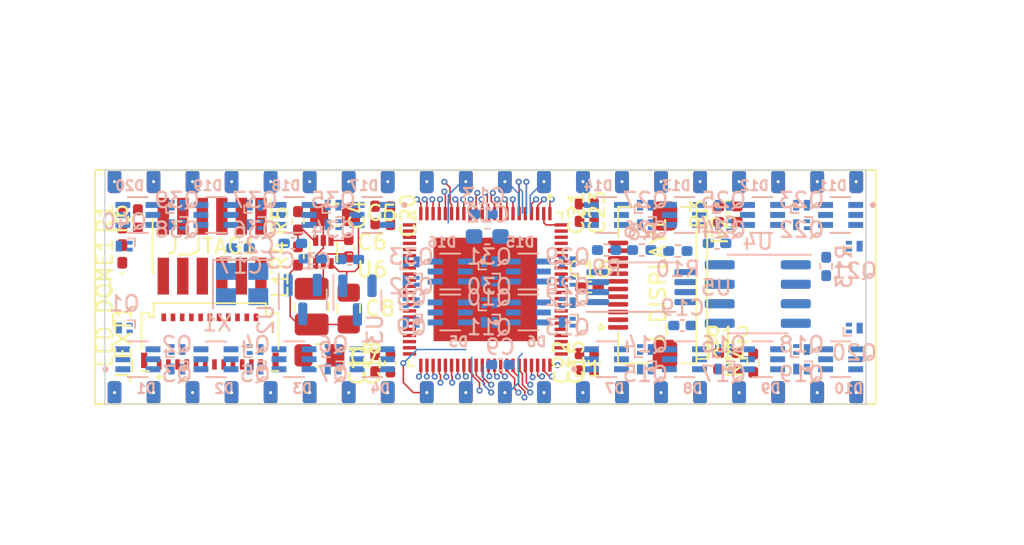
<source format=kicad_pcb>
(kicad_pcb (version 20211014) (generator pcbnew)
  (layers (0 "F.Cu" signal) (1 "In1.Cu" signal) (2 "In2.Cu" signal) (31 "B.Cu" signal) (34 "B.Paste" user) (35 "F.Paste" user) (36 "B.SilkS" user "B.Silkscreen") (37 "F.SilkS" user "F.Silkscreen") (38 "B.Mask" user) (39 "F.Mask" user) (44 "Edge.Cuts" user))
  (net 0 "")
  (net 1 "GND")
  (net 2 "/PIN1")
  (net 3 "LINE")
  (net 4 "/PIN2")
  (net 5 "+5V")
  (net 6 "/PIN3")
  (net 7 "/PIN4")
  (net 8 "/PIN5")
  (net 9 "/PIN6")
  (net 10 "/PIN7")
  (net 11 "/PIN8")
  (net 12 "/PIN9")
  (net 13 "/PIN10")
  (net 14 "/PIN11")
  (net 15 "/PIN12")
  (net 16 "/PIN13")
  (net 17 "/PIN14")
  (net 18 "/PIN15")
  (net 19 "/PIN16")
  (net 20 "/PIN17")
  (net 21 "/PIN18")
  (net 22 "/PIN19")
  (net 23 "/PIN20")
  (net 24 "/PIN21")
  (net 25 "/PIN22")
  (net 26 "/PIN23")
  (net 27 "/PIN24")
  (net 28 "/PIN25")
  (net 29 "/PIN26")
  (net 30 "/PIN27")
  (net 31 "/PIN28")
  (net 32 "/PIN29")
  (net 33 "/PIN30")
  (net 34 "/PIN31")
  (net 35 "/PIN32")
  (net 36 "/PIN33")
  (net 37 "/PIN34")
  (net 38 "/PIN35")
  (net 39 "/PIN36")
  (net 40 "/PIN37")
  (net 41 "/PIN38")
  (net 42 "/PIN39")
  (net 43 "/PIN40")
  (net 44 "/JTAG_SEL_N")
  (net 45 "/RECONIFG_N")
  (net 46 "/DONE")
  (net 47 "+3V3")
  (net 48 "+1V2")
  (net 49 "/SER_RXD")
  (net 50 "/SER_TXD")
  (net 51 "/JTAG_TMS")
  (net 52 "/JTAG_TCK")
  (net 53 "/JTAG_TDO")
  (net 54 "/RECONFIG_N")
  (net 55 "/JTAG_RST")
  (net 56 "/JTAG_TDI")
  (net 57 "/SPI_MOSI_IO0")
  (net 58 "/LCD_RST_N")
  (net 59 "/LCD_CS_N")
  (net 60 "/PIN1_F")
  (net 61 "/PIN2_F")
  (net 62 "/PIN3_F")
  (net 63 "/PIN4_F")
  (net 64 "/PIN5_F")
  (net 65 "/PIN6_F")
  (net 66 "/PIN7_F")
  (net 67 "/PIN8_F")
  (net 68 "/PIN9_F")
  (net 69 "/PIN10_F")
  (net 70 "/PIN11_F")
  (net 71 "/PIN12_F")
  (net 72 "/PIN13_F")
  (net 73 "/PIN14_F")
  (net 74 "/PIN15_F")
  (net 75 "/PIN16_F")
  (net 76 "/PIN17_F")
  (net 77 "/PIN18_F")
  (net 78 "/PIN19_F")
  (net 79 "/PIN21_F")
  (net 80 "/PIN22_F")
  (net 81 "/PIN23_F")
  (net 82 "/PIN24_F")
  (net 83 "/PIN25_F")
  (net 84 "/PIN26_F")
  (net 85 "/PIN27_F")
  (net 86 "/PIN28_F")
  (net 87 "/PIN29_F")
  (net 88 "/PIN30_F")
  (net 89 "/PIN31_F")
  (net 90 "/PIN32_F")
  (net 91 "/PIN33_F")
  (net 92 "/PIN34_F")
  (net 93 "/PIN35_F")
  (net 94 "/PIN36_F")
  (net 95 "/PIN37_F")
  (net 96 "/PIN38_F")
  (net 97 "/PIN39_F")
  (net 98 "/PIN40_F")
  (net 99 "/PIN20_F")
  (net 101 "/IO1A")
  (net 102 "/IO1B")
  (net 103 "/IO2A")
  (net 104 "/IO2B")
  (net 105 "/IO3A")
  (net 106 "/IO3B")
  (net 107 "/IO4A")
  (net 108 "/IO4B")
  (net 109 "/IO5A")
  (net 110 "/IO5B")
  (net 111 "/IO6A")
  (net 112 "/IO6B")
  (net 114 "/SPI_CLK")
  (net 115 "/CLK1")
  (net 116 "/SPI_IO2")
  (net 117 "/SPI_IO3")
  (net 118 "/FLASH_CS_N")
  (net 119 "Net-(R2-Pad2)")
  (net 120 "Net-(LED_DONE1-Pad2)")
  (net 121 "/PSRAM_CS_N")
  (net 122 "Net-(C6-Pad1)")
  (net 123 "Net-(C6-Pad2)")
  (net 124 "Net-(R4-Pad2)")
  (net 125 "/SPI_MISO_IO1")
  (footprint "Resistor_SMD:R_0402_1005Metric_Pad0.72x0.64mm_HandSolder" (layer "F.Cu") (at 126.619 90.805 90)
    (fp_text reference "R6")
    (fp_text value "10k")
  )
  (footprint "Capacitor_SMD:C_0805_2012Metric_Pad1.18x1.45mm_HandSolder" (layer "F.Cu") (at 139.446 90.551)
    (fp_text reference "C5")
    (fp_text value "10u")
  )
  (footprint "LED_SMD:LED_0402_1005Metric_Pad0.77x0.64mm_HandSolder" (layer "F.Cu") (at 125.603 93.091 90)
    (fp_text reference "LED_DONE1")
    (fp_text value "LED")
  )
  (footprint "Resistor_SMD:R_0402_1005Metric_Pad0.72x0.64mm_HandSolder" (layer "F.Cu") (at 165 100.6)
    (fp_text reference "R11")
    (fp_text value "1k")
  )
  (footprint "Package_TO_SOT_SMD:SOT-563" (layer "F.Cu") (at 138.684 92.964 90)
    (fp_text reference "U6")
    (fp_text value "AP62150Z6")
  )
  (footprint "Connector_PinHeader_1.27mm:PinHeader_2x06_P1.27mm_Vertical_SMD" (layer "F.Cu") (at 131.445 92.583 -90)
    (fp_text reference "J_JTAG1")
    (fp_text value "Conn_02x06_Odd_Even")
  )
  (footprint "Capacitor_SMD:C_0805_2012Metric_Pad1.18x1.45mm_HandSolder" (layer "F.Cu") (at 138.43 99.695)
    (fp_text reference "C7")
    (fp_text value "22u")
  )
  (footprint "Resistor_SMD:R_0402_1005Metric_Pad0.72x0.64mm_HandSolder" (layer "F.Cu") (at 165 90)
    (fp_text reference "R2")
    (fp_text value "DNC")
  )
  (footprint "UNIC:CFAL12832C-0091B-W_A" (layer "F.Cu") (at 151.003 93.472)
    (fp_text reference "DISPLAY1" hide)
    (fp_text value "Housing")
  )
  (footprint "Inductor_SMD:L_1008_2520Metric_Pad1.43x2.20mm_HandSolder" (layer "F.Cu") (at 137.922 96.52 -90)
    (fp_text reference "L1")
    (fp_text value "3.3uH")
  )
  (footprint "Capacitor_SMD:C_0402_1005Metric_Pad0.74x0.62mm_HandSolder" (layer "F.Cu") (at 156.3 90.4 90)
    (fp_text reference "C21")
    (fp_text value "0.1u")
  )
  (footprint "Capacitor_SMD:C_0402_1005Metric_Pad0.74x0.62mm_HandSolder" (layer "F.Cu") (at 142.05 100.2 90)
    (fp_text reference "C11")
    (fp_text value "0.1u")
  )
  (footprint "Capacitor_SMD:C_0402_1005Metric_Pad0.74x0.62mm_HandSolder" (layer "F.Cu") (at 143.05 90.6 -90)
    (fp_text reference "C20")
    (fp_text value "0.1u")
  )
  (footprint "Capacitor_SMD:C_0402_1005Metric_Pad0.74x0.62mm_HandSolder" (layer "F.Cu") (at 156.3 100.15 90)
    (fp_text reference "C15")
    (fp_text value "0.1u")
  )
  (footprint "Resistor_SMD:R_0402_1005Metric_Pad0.72x0.64mm_HandSolder" (layer "F.Cu") (at 166.65 100.2 90)
    (fp_text reference "R7")
    (fp_text value "10k")
  )
  (footprint "Capacitor_SMD:C_0402_1005Metric_Pad0.74x0.62mm_HandSolder" (layer "F.Cu") (at 155.35 90.4 -90)
    (fp_text reference "C23")
    (fp_text value "0.1u")
  )
  (footprint "UNIC:DIP-40_pin_header" (layer "F.Cu") (at 149.225 95.25 90)
    (fp_text reference "SOCKET1" hide)
    (fp_text value "Conn_02x20_Counter_Clockwise")
  )
  (footprint "UNIC:QFN40P1000X1000X95-89N" (layer "F.Cu") (at 149.225 95.4005 -90)
    (fp_text reference "U1")
    (fp_text value "GW1N-LV9QN88C6_I5_")
  )
  (footprint "Capacitor_SMD:C_0402_1005Metric_Pad0.74x0.62mm_HandSolder" (layer "F.Cu") (at 143.05 100.2 90)
    (fp_text reference "C18")
    (fp_text value "0.1u")
  )
  (footprint "Resistor_SMD:R_0402_1005Metric_Pad0.72x0.64mm_HandSolder" (layer "F.Cu") (at 165 91 180)
    (fp_text reference "R3")
    (fp_text value "1k")
  )
  (footprint "Capacitor_SMD:C_0402_1005Metric_Pad0.74x0.62mm_HandSolder" (layer "F.Cu") (at 156 95.25)
    (fp_text reference "C16")
    (fp_text value "0.1u")
  )
  (footprint "Resistor_SMD:R_0402_1005Metric_Pad0.72x0.64mm_HandSolder" (layer "F.Cu") (at 125.603 90.805 -90)
    (fp_text reference "R1")
    (fp_text value "220")
  )
  (footprint "Capacitor_SMD:C_0805_2012Metric_Pad1.18x1.45mm_HandSolder" (layer "F.Cu") (at 140.335 96.647 90)
    (fp_text reference "C8")
    (fp_text value "22u")
  )
  (footprint "Capacitor_SMD:C_0402_1005Metric_Pad0.74x0.62mm_HandSolder" (layer "F.Cu") (at 155.35 100.15 90)
    (fp_text reference "C22")
    (fp_text value "0.1u")
  )
  (footprint "Resistor_SMD:R_0402_1005Metric_Pad0.72x0.64mm_HandSolder" (layer "F.Cu") (at 137.033 93.218 90)
    (fp_text reference "R4")
    (fp_text value "4.99k")
  )
  (footprint "Resistor_SMD:R_0402_1005Metric_Pad0.72x0.64mm_HandSolder" (layer "F.Cu") (at 137.033 90.932 90)
    (fp_text reference "R5")
    (fp_text value "10k")
  )
  (footprint "Resistor_SMD:R_0402_1005Metric_Pad0.72x0.64mm_HandSolder" (layer "F.Cu") (at 165 99.55)
    (fp_text reference "R12")
    (fp_text value "DNC")
  )
  (footprint "UNIC:CF31121D0R0-05-NH" (layer "F.Cu") (at 157.861 95.123 90)
    (fp_text reference "J_DISPLAY1")
    (fp_text value "Conn_01x12_MountingPin")
  )
  (footprint "UNIC:Molex_502598-2393_2Rows-23Pins-1MP_P0.60mm_Horizontal" (layer "F.Cu") (at 131.3 98.886434 90)
    (fp_text reference "J_EXT1")
    (fp_text value "Conn_01x23_MountingPin")
  )
  (footprint "Capacitor_SMD:C_0402_1005Metric_Pad0.74x0.62mm_HandSolder" (layer "F.Cu") (at 142.05 90.55 90)
    (fp_text reference "C4")
    (fp_text value "0.1u")
  )
  (footprint "Capacitor_SMD:C_0402_1005Metric_Pad0.74x0.62mm_HandSolder" (layer "F.Cu") (at 140.335 92.71 -90)
    (fp_text reference "C6")
    (fp_text value "0.1u")
  )
  (footprint "Package_DFN_QFN:Diodes_DFN1006-3" (layer "B.Cu") (at 159.639 91.186 180)
    (fp_text reference "Q27")
    (fp_text value "2N7002")
  )
  (footprint "Package_DFN_QFN:Diodes_DFN1006-3" (layer "B.Cu") (at 139.319 100.584 180)
    (fp_text reference "Q6")
    (fp_text value "2N7002")
  )
  (footprint "UNIC:SOT65P210X110-6N" (layer "B.Cu") (at 172.339 99.949)
    (fp_text reference "D10")
    (fp_text value "BAT54SDW-7-F")
  )
  (footprint "Capacitor_SMD:C_0402_1005Metric_Pad0.74x0.62mm_HandSolder" (layer "B.Cu") (at 140.4 93.45 180)
    (fp_text reference "C1")
    (fp_text value "0.1u")
  )
  (footprint "UNIC:SOT65P210X110-6N" (layer "B.Cu") (at 136.779 99.949)
    (fp_text reference "D3")
    (fp_text value "BAT54SDW-7-F")
  )
  (footprint "UNIC:SOT65P210X110-6N" (layer "B.Cu") (at 162.179 90.551 180)
    (fp_text reference "D13")
    (fp_text value "BAT54SDW-7-F")
  )
  (footprint "Package_DFN_QFN:Diodes_DFN1006-3" (layer "B.Cu") (at 129.159 91.186 180)
    (fp_text reference "Q39")
    (fp_text value "2N7002")
  )
  (footprint "Package_DFN_QFN:Diodes_DFN1006-3" (layer "B.Cu") (at 129.159 99.314)
    (fp_text reference "Q3")
    (fp_text value "2N7002")
  )
  (footprint "Package_DFN_QFN:Diodes_DFN1006-3" (layer "B.Cu") (at 139.319 91.186 180)
    (fp_text reference "Q35")
    (fp_text value "2N7002")
  )
  (footprint "Package_DFN_QFN:Diodes_DFN1006-3" (layer "B.Cu") (at 164.719 100.584 180)
    (fp_text reference "Q16")
    (fp_text value "2N7002")
  )
  (footprint "Capacitor_SMD:C_0402_1005Metric_Pad0.74x0.62mm_HandSolder" (layer "B.Cu") (at 162.05 97.75 180)
    (fp_text reference "C19")
    (fp_text value "0.1u")
  )
  (footprint "Package_DFN_QFN:Diodes_DFN1006-3" (layer "B.Cu") (at 139.319 89.916)
    (fp_text reference "Q34")
    (fp_text value "2N7002")
  )
  (footprint "Capacitor_SMD:C_0603_1608Metric_Pad1.08x0.95mm_HandSolder" (layer "B.Cu") (at 149.35 91.95 180)
    (fp_text reference "C12")
    (fp_text value "10u")
  )
  (footprint "Package_DFN_QFN:Diodes_DFN1006-3" (layer "B.Cu") (at 154.559 97.536 180)
    (fp_text reference "Q12")
    (fp_text value "2N7002")
  )
  (footprint "Package_DFN_QFN:Diodes_DFN1006-3" (layer "B.Cu") (at 159.639 100.584 180)
    (fp_text reference "Q14")
    (fp_text value "2N7002")
  )
  (footprint "Resistor_SMD:R_0402_1005Metric_Pad0.72x0.64mm_HandSolder" (layer "B.Cu") (at 171.4 93.9025 90)
    (fp_text reference "R13")
    (fp_text value "10k")
  )
  (footprint "Package_DFN_QFN:Diodes_DFN1006-3" (layer "B.Cu") (at 173.228 92.583)
    (fp_text reference "Q21")
    (fp_text value "2N7002")
  )
  (footprint "UNIC:SOT65P210X110-6N" (layer "B.Cu") (at 146.939 94.234 180)
    (fp_text reference "D16")
    (fp_text value "BAT54SDW-7-F")
  )
  (footprint "UNIC:SOT65P210X110-6N" (layer "B.Cu") (at 131.699 90.551 180)
    (fp_text reference "D19")
    (fp_text value "BAT54SDW-7-F")
  )
  (footprint "Capacitor_SMD:C_0402_1005Metric_Pad0.74x0.62mm_HandSolder" (layer "B.Cu") (at 136.7 92.4)
    (fp_text reference "C2")
    (fp_text value "0.1u")
  )
  (footprint "Capacitor_SMD:C_0402_1005Metric_Pad0.74x0.62mm_HandSolder" (layer "B.Cu") (at 150.2 100.3 180)
    (fp_text reference "C9")
    (fp_text value "0.1u")
  )
  (footprint "UNIC:Oscillator_SMD_Abracon_ASE-4Pin_3.2x2.5mm" (layer "B.Cu") (at 133.4 95.05)
    (fp_text reference "X1")
    (fp_text value "ASE-xxxMHz")
  )
  (footprint "Package_DFN_QFN:Diodes_DFN1006-3" (layer "B.Cu") (at 169.799 100.584 180)
    (fp_text reference "Q18")
    (fp_text value "2N7002")
  )
  (footprint "Package_DFN_QFN:Diodes_DFN1006-3" (layer "B.Cu") (at 134.239 100.584 180)
    (fp_text reference "Q4")
    (fp_text value "2N7002")
  )
  (footprint "Capacitor_SMD:C_0402_1005Metric_Pad0.74x0.62mm_HandSolder" (layer "B.Cu") (at 164.3 92.4 180)
    (fp_text reference "C14")
    (fp_text value "0.1u")
  )
  (footprint "Package_DFN_QFN:Diodes_DFN1006-3" (layer "B.Cu") (at 129.159 89.916)
    (fp_text reference "Q38")
    (fp_text value "2N7002")
  )
  (footprint "Package_DFN_QFN:Diodes_DFN1006-3" (layer "B.Cu") (at 159.639 99.314)
    (fp_text reference "Q15")
    (fp_text value "2N7002")
  )
  (footprint "Resistor_SMD:R_0402_1005Metric_Pad0.72x0.64mm_HandSolder" (layer "B.Cu") (at 159.4 92.837 180)
    (fp_text reference "R8")
    (fp_text value "10k")
  )
  (footprint "Package_DFN_QFN:Diodes_DFN1006-3" (layer "B.Cu") (at 144.399 93.599)
    (fp_text reference "Q32")
    (fp_text value "2N7002")
  )
  (footprint "Package_DFN_QFN:Diodes_DFN1006-3" (layer "B.Cu") (at 139.319 99.314)
    (fp_text reference "Q7")
    (fp_text value "2N7002")
  )
  (footprint "Package_DFN_QFN:Diodes_DFN1006-3" (layer "B.Cu") (at 134.239 89.916)
    (fp_text reference "Q36")
    (fp_text value "2N7002")
  )
  (footprint "UNIC:SOT65P210X110-6N" (layer "B.Cu") (at 146.939 96.901)
    (fp_text reference "D5")
    (fp_text value "BAT54SDW-7-F")
  )
  (footprint "Capacitor_SMD:C_0402_1005Metric_Pad0.74x0.62mm_HandSolder" (layer "B.Cu") (at 138 93.4 180)
    (fp_text reference "C3")
    (fp_text value "0.1u")
  )
  (footprint "Package_DFN_QFN:Diodes_DFN1006-3" (layer "B.Cu") (at 125.73 92.583 180)
    (fp_text reference "Q40")
    (fp_text value "2N7002")
  )
  (footprint "Package_DFN_QFN:Diodes_DFN1006-3" (layer "B.Cu") (at 125.73 97.917 180)
    (fp_text reference "Q1")
    (fp_text value "2N7002")
  )
  (footprint "Capacitor_SMD:C_0402_1005Metric_Pad0.74x0.62mm_HandSolder" (layer "B.Cu") (at 133.3 92.7)
    (fp_text reference "C17")
    (fp_text value "0.1u")
  )
  (footprint "UNIC:SOT65P210X110-6N" (layer "B.Cu") (at 157.099 99.949)
    (fp_text reference "D7")
    (fp_text value "BAT54SDW-7-F")
  )
  (footprint "Package_DFN_QFN:Diodes_DFN1006-3" (layer "B.Cu") (at 173.228 97.917)
    (fp_text reference "Q20")
    (fp_text value "2N7002")
  )
  (footprint "Package_DFN_QFN:Diodes_DFN1006-3" (layer "B.Cu") (at 149.479 94.869 180)
    (fp_text reference "Q31")
    (fp_text value "2N7002")
  )
  (footprint "Package_DFN_QFN:Diodes_DFN1006-3" (layer "B.Cu") (at 169.799 99.314)
    (fp_text reference "Q19")
    (fp_text value "2N7002")
  )
  (footprint "UNIC:SOT65P210X110-6N" (layer "B.Cu") (at 152.019 94.234 180)
    (fp_text reference "D15")
    (fp_text value "BAT54SDW-7-F")
  )
  (footprint "UNIC:SOT65P210X110-6N" (layer "B.Cu") (at 141.859 99.949)
    (fp_text reference "D4")
    (fp_text value "BAT54SDW-7-F")
  )
  (footprint "Package_TO_SOT_SMD:SOT-23" (layer "B.Cu") (at 137.344 96.0515 -90)
    (fp_text reference "U2")
    (fp_text value "LM3480-3.3")
  )
  (footprint "Package_SO:SOIC-8_3.9x4.9mm_P1.27mm" (layer "B.Cu") (at 166.95 95.7 180)
    (fp_text reference "U4")
    (fp_text value "ESP-PSRAM32")
  )
  (footprint "Package_TO_SOT_SMD:SOT-23" (layer "B.Cu") (at 140.9 96.1 -90)
    (fp_text reference "U3")
    (fp_text value "LM3480-5.0")
  )
  (footprint "UNIC:SOT65P210X110-6N" (layer "B.Cu") (at 157.099 90.551 180)
    (fp_text reference "D14")
    (fp_text value "BAT54SDW-7-F")
  )
  (footprint "UNIC:SOT65P210X110-6N" (layer "B.Cu") (at 167.259 99.949)
    (fp_text reference "D9")
    (fp_text value "BAT54SDW-7-F")
  )
  (footprint "UNIC:SOT65P210X110-6N" (layer "B.Cu") (at 136.779 90.551 180)
    (fp_text reference "D18")
    (fp_text value "BAT54SDW-7-F")
  )
  (footprint "UNIC:SOT65P210X110-6N" (layer "B.Cu") (at 126.619 90.551 180)
    (fp_text reference "D20")
    (fp_text value "BAT54SDW-7-F")
  )
  (footprint "UNIC:SOT65P210X110-6N" (layer "B.Cu") (at 162.179 99.949)
    (fp_text reference "D8")
    (fp_text value "BAT54SDW-7-F")
  )
  (footprint "UNIC:SOT65P210X110-6N" (layer "B.Cu") (at 167.259 90.551 180)
    (fp_text reference "D12")
    (fp_text value "BAT54SDW-7-F")
  )
  (footprint "Resistor_SMD:R_0402_1005Metric_Pad0.72x0.64mm_HandSolder" (layer "B.Cu") (at 161.75 92.9)
    (fp_text reference "R10")
    (fp_text value "10k")
  )
  (footprint "UNIC:SOT65P210X110-6N" (layer "B.Cu") (at 141.859 90.551 180)
    (fp_text reference "D17")
    (fp_text value "BAT54SDW-7-F")
  )
  (footprint "Capacitor_SMD:C_0402_1005Metric_Pad0.74x0.62mm_HandSolder" (layer "B.Cu") (at 149.1 90.5 180)
    (fp_text reference "C13")
    (fp_text value "0.1u")
  )
  (footprint "Package_DFN_QFN:Diodes_DFN1006-3" (layer "B.Cu") (at 164.719 89.916)
    (fp_text reference "Q24")
    (fp_text value "2N7002")
  )
  (footprint "UNIC:SOT65P210X110-6N" (layer "B.Cu") (at 172.339 90.551 180)
    (fp_text reference "D11")
    (fp_text value "BAT54SDW-7-F")
  )
  (footprint "UNIC:SOT65P210X110-6N" (layer "B.Cu") (at 126.619 99.949)
    (fp_text reference "D1")
    (fp_text value "BAT54SDW-7-F")
  )
  (footprint "UNIC:SOT65P210X110-6N" (layer "B.Cu") (at 152.019 96.901)
    (fp_text reference "D6")
    (fp_text value "BAT54SDW-7-F")
  )
  (footprint "Package_DFN_QFN:Diodes_DFN1006-3" (layer "B.Cu") (at 154.559 93.599)
    (fp_text reference "Q28")
    (fp_text value "2N7002")
  )
  (footprint "UNIC:SOT65P210X110-6N" (layer "B.Cu") (at 131.699 99.949)
    (fp_text reference "D2")
    (fp_text value "BAT54SDW-7-F")
  )
  (footprint "Package_DFN_QFN:Diodes_DFN1006-3" (layer "B.Cu") (at 169.799 89.916)
    (fp_text reference "Q22")
    (fp_text value "2N7002")
  )
  (footprint "Package_DFN_QFN:Diodes_DFN1006-3" (layer "B.Cu") (at 144.399 97.536 180)
    (fp_text reference "Q8")
    (fp_text value "2N7002")
  )
  (footprint "Package_DFN_QFN:Diodes_DFN1006-3" (layer "B.Cu") (at 134.239 91.186 180)
    (fp_text reference "Q37")
    (fp_text value "2N7002")
  )
  (footprint "Package_DFN_QFN:Diodes_DFN1006-3" (layer "B.Cu") (at 164.719 99.314)
    (fp_text reference "Q17")
    (fp_text value "2N7002")
  )
  (footprint "Package_DFN_QFN:Diodes_DFN1006-3" (layer "B.Cu") (at 154.559 96.266)
    (fp_text reference "Q13")
    (fp_text value "2N7002")
  )
  (footprint "Package_DFN_QFN:Diodes_DFN1006-3" (layer "B.Cu") (at 154.559 94.869 180)
    (fp_text reference "Q29")
    (fp_text value "2N7002")
  )
  (footprint "Package_SO:TSSOP-8_4.4x3mm_P0.65mm" (layer "B.Cu") (at 159.4 95.25)
    (fp_text reference "U5")
    (fp_text value "AT25SF081-XMHF-X")
  )
  (footprint "Package_DFN_QFN:Diodes_DFN1006-3" (layer "B.Cu") (at 149.479 96.266)
    (fp_text reference "Q11")
    (fp_text value "2N7002")
  )
  (footprint "Package_DFN_QFN:Diodes_DFN1006-3" (layer "B.Cu") (at 149.479 93.599)
    (fp_text reference "Q30")
    (fp_text value "2N7002")
  )
  (footprint "Package_DFN_QFN:Diodes_DFN1006-3" (layer "B.Cu") (at 159.639 89.916)
    (fp_text reference "Q26")
    (fp_text value "2N7002")
  )
  (footprint "Package_DFN_QFN:Diodes_DFN1006-3" (layer "B.Cu") (at 144.399 96.266)
    (fp_text reference "Q9")
    (fp_text value "2N7002")
  )
  (footprint "Resistor_SMD:R_0402_1005Metric_Pad0.72x0.64mm_HandSolder" (layer "B.Cu") (at 157.114 92.837)
    (fp_text reference "R9")
    (fp_text value "10k")
  )
  (footprint "Package_DFN_QFN:Diodes_DFN1006-3" (layer "B.Cu") (at 164.719 91.186 180)
    (fp_text reference "Q25")
    (fp_text value "2N7002")
  )
  (footprint "Package_DFN_QFN:Diodes_DFN1006-3" (layer "B.Cu") (at 169.799 91.186 180)
    (fp_text reference "Q23")
    (fp_text value "2N7002")
  )
  (footprint "Package_DFN_QFN:Diodes_DFN1006-3" (layer "B.Cu") (at 134.239 99.314)
    (fp_text reference "Q5")
    (fp_text value "2N7002")
  )
  (footprint "Package_DFN_QFN:Diodes_DFN1006-3" (layer "B.Cu") (at 144.399 94.869 180)
    (fp_text reference "Q33")
    (fp_text value "2N7002")
  )
  (footprint "Package_DFN_QFN:Diodes_DFN1006-3" (layer "B.Cu") (at 149.479 97.536 180)
    (fp_text reference "Q10")
    (fp_text value "2N7002")
  )
  (footprint "Package_DFN_QFN:Diodes_DFN1006-3" (layer "B.Cu") (at 129.159 100.584 180)
    (fp_text reference "Q2")
    (fp_text value "2N7002")
  )
  (gr_line (start 173.99 87.63) (end 124.46 87.63) (layer "Edge.Cuts") (width 0.1))
  (gr_line (start 124.46 102.87) (end 173.99 102.87) (layer "Edge.Cuts") (width 0.1))
  (gr_line (start 124.46 87.63) (end 124.46 102.87) (layer "Edge.Cuts") (width 0.1))
  (gr_line (start 173.99 102.87) (end 173.99 87.63) (layer "Edge.Cuts") (width 0.1))
  (segment (start 153.025 100.683087) (end 153.025 100.3355) (width 0.1) (layer "F.Cu") (net 1))
  (segment (start 145.425 100.3355) (end 145.425 101.060498) (width 0.1) (layer "F.Cu") (net 1))
  (segment (start 145.425 101.060498) (end 145.415 101.070498) (width 0.1) (layer "F.Cu") (net 1))
  (segment (start 140.97 93.98) (end 140.716 94.234) (width 0.1) (layer "F.Cu") (net 1))
  (segment (start 153.035 90.4755) (end 153.035 91.059) (width 0.1) (layer "F.Cu") (net 1))
  (segment (start 145.425 89.683506) (end 145.276494 89.535) (width 0.1) (layer "F.Cu") (net 1))
  (segment (start 140.208 94.234) (end 139.704 94.234) (width 0.1) (layer "F.Cu") (net 1))
  (segment (start 140.716 94.234) (end 140.208 94.234) (width 0.1) (layer "F.Cu") (net 1))
  (segment (start 139.704 94.234) (end 139.184 93.714) (width 0.1) (layer "F.Cu") (net 1))
  (segment (start 145.425 90.4655) (end 145.425 89.683506) (width 0.1) (layer "F.Cu") (net 1))
  (segment (start 140.97 91.0375) (end 140.97 93.98) (width 0.1) (layer "F.Cu") (net 1))
  (segment (start 153.412411 101.070498) (end 153.025 100.683087) (width 0.1) (layer "F.Cu") (net 1))
  (segment (start 153.543 101.070498) (end 153.412411 101.070498) (width 0.1) (layer "F.Cu") (net 1))
  (segment (start 140.208 94.234) (end 140.208 95.4825) (width 0.1) (layer "F.Cu") (net 1))
  (segment (start 140.208 95.4825) (end 140.335 95.6095) (width 0.1) (layer "F.Cu") (net 1))
  (segment (start 153.035 91.059) (end 153.1765 91.2005) (width 0.1) (layer "F.Cu") (net 1))
  (segment (start 153.1765 91.2005) (end 154.16 91.2005) (width 0.1) (layer "F.Cu") (net 1))
  (segment (start 153.025 90.4655) (end 153.035 90.4755) (width 0.1) (layer "F.Cu") (net 1))
  (segment (start 153.025 90.4655) (end 153.035 90.4555) (width 0.1) (layer "F.Cu") (net 1))
  (segment (start 140.4835 90.551) (end 140.97 91.0375) (width 0.1) (layer "F.Cu") (net 1))
  (via (at 153.543 101.070498) (size 0.4) (drill 0.2) (layers "F.Cu" "B.Cu") (net 1))
  (via (at 145.276494 89.535) (size 0.4) (drill 0.2) (layers "F.Cu" "B.Cu") (net 1))
  (via (at 145.415 101.070498) (size 0.4) (drill 0.2) (layers "F.Cu" "B.Cu") (net 1))
  (segment (start 138.684 92.214) (end 138.684 90.8265) (width 0.1) (layer "F.Cu") (net 3))
  (segment (start 138.684 90.8265) (end 138.4085 90.551) (width 0.1) (layer "F.Cu") (net 3))
  (segment (start 138.176 93.218) (end 138.184 93.226) (width 0.1) (layer "F.Cu") (net 3))
  (segment (start 138.684 92.214) (end 138.684 92.71) (width 0.1) (layer "F.Cu") (net 3))
  (segment (start 138.184 93.226) (end 138.184 93.714) (width 0.1) (layer "F.Cu") (net 3))
  (segment (start 138.684 92.71) (end 138.176 93.218) (width 0.1) (layer "F.Cu") (net 3))
  (segment (start 145.415 102.12) (end 144.538 102.12) (width 0.1) (layer "F.Cu") (net 12))
  (segment (start 144.538 102.12) (end 143.891 101.473) (width 0.1) (layer "F.Cu") (net 12))
  (segment (start 143.891 101.473) (end 143.891 100.203) (width 0.1) (layer "F.Cu") (net 12))
  (via (at 143.891 100.203) (size 0.4) (drill 0.2) (layers "F.Cu" "B.Cu") (net 12))
  (segment (start 144.78 99.314) (end 147.955 99.314) (width 0.1) (layer "B.Cu") (net 12))
  (segment (start 143.891 100.203) (end 144.78 99.314) (width 0.1) (layer "B.Cu") (net 12))
  (segment (start 147.955 102.12) (end 148.336 101.739) (width 0.1) (layer "B.Cu") (net 13))
  (segment (start 148.336 101.739) (end 148.336 99.822) (width 0.1) (layer "B.Cu") (net 13))
  (segment (start 150.495 102.12) (end 150.737 102.12) (width 0.1) (layer "B.Cu") (net 14))
  (segment (start 150.737 102.12) (end 151.384 101.473) (width 0.1) (layer "B.Cu") (net 14))
  (segment (start 151.384 101.473) (end 151.384 99.822) (width 0.1) (layer "B.Cu") (net 14))
  (segment (start 151.384 99.822) (end 151.638 99.568) (width 0.1) (layer "B.Cu") (net 14))
  (segment (start 152.146 89.269) (end 152.146 90.424) (width 0.1) (layer "B.Cu") (net 32))
  (segment (start 153.035 88.38) (end 152.146 89.269) (width 0.1) (layer "B.Cu") (net 32))
  (segment (start 151.257 89.027) (end 151.384 89.154) (width 0.1) (layer "B.Cu") (net 33))
  (segment (start 150.61 88.38) (end 151.257 89.027) (width 0.1) (layer "B.Cu") (net 33))
  (segment (start 150.495 88.38) (end 150.61 88.38) (width 0.1) (layer "B.Cu") (net 33))
  (segment (start 151.384 89.154) (end 151.384 90.551) (width 0.1) (layer "B.Cu") (net 33))
  (segment (start 146.812 89.267284) (end 146.812 91.059) (width 0.1) (layer "B.Cu") (net 34))
  (segment (start 147.699284 88.38) (end 146.812 89.267284) (width 0.1) (layer "B.Cu") (net 34))
  (segment (start 147.955 88.38) (end 147.699284 88.38) (width 0.1) (layer "B.Cu") (net 34))
  (segment (start 152.225 89.837) (end 152.527 89.535) (width 0.1) (layer "F.Cu") (net 44))
  (segment (start 152.225 90.4655) (end 152.225 89.837) (width 0.1) (layer "F.Cu") (net 44))
  (via (at 152.527 89.535) (size 0.4) (drill 0.2) (layers "F.Cu" "B.Cu") (net 44))
  (segment (start 150.225 89.773) (end 149.987 89.535) (width 0.1) (layer "F.Cu") (net 45))
  (segment (start 150.225 90.4655) (end 150.225 89.773) (width 0.1) (layer "F.Cu") (net 45))
  (via (at 149.987 89.535) (size 0.4) (drill 0.2) (layers "F.Cu" "B.Cu") (net 45))
  (segment (start 149.606 89.535) (end 149.606 89.223315) (width 0.1) (layer "F.Cu") (net 46))
  (segment (start 149.606 89.662) (end 149.606 89.535) (width 0.1) (layer "F.Cu") (net 46))
  (segment (start 149.825 89.881) (end 149.606 89.662) (width 0.1) (layer "F.Cu") (net 46))
  (segment (start 149.825 90.4655) (end 149.825 89.881) (width 0.1) (layer "F.Cu") (net 46))
  (segment (start 149.606 89.223315) (end 149.709926 89.119389) (width 0.1) (layer "F.Cu") (net 46))
  (via (at 149.709926 89.119389) (size 0.4) (drill 0.2) (layers "F.Cu" "B.Cu") (net 46))
  (segment (start 152.908 101.070498) (end 152.701498 101.070498) (width 0.1) (layer "F.Cu") (net 47))
  (segment (start 150.225 100.800498) (end 150.495 101.070498) (width 0.1) (layer "F.Cu") (net 47))
  (segment (start 150.225 100.3355) (end 150.225 100.800498) (width 0.1) (layer "F.Cu") (net 47))
  (segment (start 149.025 89.589) (end 148.971 89.535) (width 0.1) (layer "F.Cu") (net 47))
  (segment (start 149.025 90.4655) (end 149.025 89.589) (width 0.1) (layer "F.Cu") (net 47))
  (segment (start 152.701498 101.070498) (end 152.625 100.994) (width 0.1) (layer "F.Cu") (net 47))
  (segment (start 152.625 100.994) (end 152.625 100.3355) (width 0.1) (layer "F.Cu") (net 47))
  (via (at 148.971 89.535) (size 0.4) (drill 0.2) (layers "F.Cu" "B.Cu") (net 47))
  (via (at 150.495 101.070498) (size 0.4) (drill 0.2) (layers "F.Cu" "B.Cu") (net 47))
  (via (at 152.908 101.070498) (size 0.4) (drill 0.2) (layers "F.Cu" "B.Cu") (net 47))
  (segment (start 137.924 97.6845) (end 137.922 97.6825) (width 0.1) (layer "F.Cu") (net 48))
  (segment (start 137.0525 97.6825) (end 136.525 97.155) (width 0.1) (layer "F.Cu") (net 48))
  (segment (start 140.335 97.6845) (end 137.924 97.6845) (width 0.1) (layer "F.Cu") (net 48))
  (segment (start 153.924 100.33) (end 153.4305 100.33) (width 0.1) (layer "F.Cu") (net 48))
  (segment (start 153.425 89.653) (end 153.543 89.535) (width 0.1) (layer "F.Cu") (net 48))
  (segment (start 145.025 100.955642) (end 144.903831 101.076811) (width 0.1) (layer "F.Cu") (net 48))
  (segment (start 145.025 100.3355) (end 145.025 100.955642) (width 0.1) (layer "F.Cu") (net 48))
  (segment (start 136.525 97.155) (end 136.525 94.3235) (width 0.1) (layer "F.Cu") (net 48))
  (segment (start 145.025 89.783009) (end 144.776991 89.535) (width 0.1) (layer "F.Cu") (net 48))
  (segment (start 137.922 97.6825) (end 137.0525 97.6825) (width 0.1) (layer "F.Cu") (net 48))
  (segment (start 153.4305 100.33) (end 153.425 100.3355) (width 0.1) (layer "F.Cu") (net 48))
  (segment (start 136.525 94.3235) (end 137.033 93.8155) (width 0.1) (layer "F.Cu") (net 48))
  (segment (start 153.425 90.4655) (end 153.425 89.653) (width 0.1) (layer "F.Cu") (net 48))
  (segment (start 145.025 90.4655) (end 145.025 89.783009) (width 0.1) (layer "F.Cu") (net 48))
  (via (at 153.543 89.535) (size 0.4) (drill 0.2) (layers "F.Cu" "B.Cu") (net 48))
  (via (at 144.903831 101.076811) (size 0.4) (drill 0.2) (layers "F.Cu" "B.Cu") (net 48))
  (via (at 153.924 100.33) (size 0.4) (drill 0.2) (layers "F.Cu" "B.Cu") (net 48))
  (via (at 144.776991 89.535) (size 0.4) (drill 0.2) (layers "F.Cu" "B.Cu") (net 48))
  (segment (start 151.892 90.3985) (end 151.825 90.4655) (width 0.1) (layer "F.Cu") (net 51))
  (segment (start 151.892 88.392) (end 151.892 90.3985) (width 0.1) (layer "F.Cu") (net 51))
  (via (at 151.892 88.392) (size 0.4) (drill 0.2) (layers "F.Cu" "B.Cu") (net 51))
  (segment (start 151.892 88.392) (end 151.892 90.551) (width 0.1) (layer "B.Cu") (net 51))
  (segment (start 151.392497 88.392) (end 151.425 88.424503) (width 0.1) (layer "F.Cu") (net 52))
  (segment (start 151.425 88.424503) (end 151.425 90.4655) (width 0.1) (layer "F.Cu") (net 52))
  (via (at 151.392497 88.392) (size 0.4) (drill 0.2) (layers "F.Cu" "B.Cu") (net 52))
  (segment (start 151.392497 88.392) (end 151.392497 88.781497) (width 0.1) (layer "B.Cu") (net 52))
  (segment (start 151.638 89.027) (end 151.638 90.424) (width 0.1) (layer "B.Cu") (net 52))
  (segment (start 151.511 88.9) (end 151.638 89.027) (width 0.1) (layer "B.Cu") (net 52))
  (segment (start 151.392497 88.781497) (end 151.511 88.9) (width 0.1) (layer "B.Cu") (net 52))
  (segment (start 150.625 90.4655) (end 150.625 89.665) (width 0.1) (layer "F.Cu") (net 53))
  (segment (start 150.625 89.665) (end 150.495 89.535) (width 0.1) (layer "F.Cu") (net 53))
  (via (at 150.495 89.535) (size 0.4) (drill 0.2) (layers "F.Cu" "B.Cu") (net 53))
  (segment (start 151.025 89.548503) (end 151.011497 89.535) (width 0.1) (layer "F.Cu") (net 56))
  (segment (start 151.025 90.4655) (end 151.025 89.548503) (width 0.1) (layer "F.Cu") (net 56))
  (via (at 151.011497 89.535) (size 0.4) (drill 0.2) (layers "F.Cu" "B.Cu") (net 56))
  (segment (start 151.638 101.6) (end 151.638 100.896087) (width 0.1) (layer "F.Cu") (net 57))
  (segment (start 151.638 100.896087) (end 151.425 100.683087) (width 0.1) (layer "F.Cu") (net 57))
  (segment (start 151.425 100.683087) (end 151.425 100.3355) (width 0.1) (layer "F.Cu") (net 57))
  (segment (start 152.146 102.108) (end 151.638 101.6) (width 0.1) (layer "F.Cu") (net 57))
  (via (at 152.146 102.108) (size 0.4) (drill 0.2) (layers "F.Cu" "B.Cu") (net 57))
  (segment (start 148.844 101.471937) (end 148.844 101.981) (width 0.1) (layer "F.Cu") (net 58))
  (segment (start 148.42197 101.049908) (end 148.538846 101.166783) (width 0.1) (layer "F.Cu") (net 58))
  (segment (start 148.538846 101.166783) (end 148.844 101.471937) (width 0.1) (layer "F.Cu") (net 58))
  (segment (start 148.421969 100.965) (end 148.42197 101.049908) (width 0.1) (layer "F.Cu") (net 58))
  (segment (start 148.225 100.3355) (end 148.225 100.768031) (width 0.1) (layer "F.Cu") (net 58))
  (segment (start 148.225 100.768031) (end 148.421969 100.965) (width 0.1) (layer "F.Cu") (net 58))
  (via (at 148.844 101.981) (size 0.4) (drill 0.2) (layers "F.Cu" "B.Cu") (net 58))
  (segment (start 149.1615 101.6635) (end 149.606 102.108) (width 0.1) (layer "F.Cu") (net 59))
  (segment (start 148.621489 100.967263) (end 149.1615 101.507273) (width 0.1) (layer "F.Cu") (net 59))
  (segment (start 148.621489 100.339011) (end 148.621489 100.967263) (width 0.1) (layer "F.Cu") (net 59))
  (segment (start 149.1615 101.507273) (end 149.1615 101.6635) (width 0.1) (layer "F.Cu") (net 59))
  (segment (start 148.625 100.3355) (end 148.621489 100.339011) (width 0.1) (layer "F.Cu") (net 59))
  (via (at 149.606 102.108) (size 0.4) (drill 0.2) (layers "F.Cu" "B.Cu") (net 59))
  (segment (start 149.606 102.108) (end 149.098 101.6) (width 0.1) (layer "B.Cu") (net 59))
  (segment (start 149.098 101.6) (end 149.098 100.33) (width 0.1) (layer "B.Cu") (net 59))
  (segment (start 145.825 100.3355) (end 145.825 100.975642) (width 0.1) (layer "F.Cu") (net 65))
  (segment (start 145.825 100.975642) (end 145.926169 101.076811) (width 0.1) (layer "F.Cu") (net 65))
  (via (at 145.926169 101.076811) (size 0.4) (drill 0.2) (layers "F.Cu" "B.Cu") (net 65))
  (segment (start 146.225 100.3355) (end 146.225 100.886) (width 0.1) (layer "F.Cu") (net 66))
  (segment (start 146.225 100.886) (end 146.304 100.965) (width 0.1) (layer "F.Cu") (net 66))
  (segment (start 146.304 100.965) (end 146.304 101.473) (width 0.1) (layer "F.Cu") (net 66))
  (via (at 146.304 101.473) (size 0.4) (drill 0.2) (layers "F.Cu" "B.Cu") (net 66))
  (segment (start 146.625 100.905) (end 146.685 100.965) (width 0.1) (layer "F.Cu") (net 67))
  (segment (start 146.685 100.965) (end 146.685 101.092) (width 0.1) (layer "F.Cu") (net 67))
  (segment (start 146.625 100.3355) (end 146.625 100.905) (width 0.1) (layer "F.Cu") (net 67))
  (via (at 146.685 101.092) (size 0.4) (drill 0.2) (layers "F.Cu" "B.Cu") (net 67))
  (segment (start 147.025 101.006) (end 147.066 101.047) (width 0.1) (layer "F.Cu") (net 68))
  (segment (start 147.025 100.3355) (end 147.025 101.006) (width 0.1) (layer "F.Cu") (net 68))
  (segment (start 147.066 101.047) (end 147.066 101.473) (width 0.1) (layer "F.Cu") (net 68))
  (via (at 147.066 101.473) (size 0.4) (drill 0.2) (layers "F.Cu" "B.Cu") (net 68))
  (segment (start 147.425 100.3355) (end 147.425 101.05798) (width 0.1) (layer "F.Cu") (net 69))
  (segment (start 147.425 101.05798) (end 147.443831 101.076811) (width 0.1) (layer "F.Cu") (net 69))
  (via (at 147.443831 101.076811) (size 0.4) (drill 0.2) (layers "F.Cu" "B.Cu") (net 69))
  (segment (start 152.225 101.043513) (end 152.225 100.3355) (width 0.1) (layer "F.Cu") (net 70))
  (segment (start 152.297483 101.115996) (end 152.225 101.043513) (width 0.1) (layer "F.Cu") (net 70))
  (via (at 152.297483 101.115996) (size 0.4) (drill 0.2) (layers "F.Cu" "B.Cu") (net 70))
  (segment (start 152.625 90.4655) (end 152.625 89.945) (width 0.1) (layer "F.Cu") (net 88))
  (segment (start 152.625 89.945) (end 153.035 89.535) (width 0.1) (layer "F.Cu") (net 88))
  (via (at 153.035 89.535) (size 0.4) (drill 0.2) (layers "F.Cu" "B.Cu") (net 88))
  (segment (start 147.825 89.587514) (end 147.772486 89.535) (width 0.1) (layer "F.Cu") (net 89))
  (segment (start 147.825 90.4655) (end 147.825 89.587514) (width 0.1) (layer "F.Cu") (net 89))
  (via (at 147.772486 89.535) (size 0.4) (drill 0.2) (layers "F.Cu" "B.Cu") (net 89))
  (segment (start 148.225 89.581989) (end 148.271989 89.535) (width 0.1) (layer "F.Cu") (net 90))
  (segment (start 148.225 90.4655) (end 148.225 89.581989) (width 0.1) (layer "F.Cu") (net 90))
  (via (at 148.271989 89.535) (size 0.4) (drill 0.2) (layers "F.Cu" "B.Cu") (net 90))
  (segment (start 148.625 90.4655) (end 148.621489 90.461989) (width 0.1) (layer "F.Cu") (net 91))
  (segment (start 148.621489 89.195542) (end 148.7045 89.112531) (width 0.1) (layer "F.Cu") (net 91))
  (segment (start 148.621489 90.461989) (end 148.621489 89.195542) (width 0.1) (layer "F.Cu") (net 91))
  (via (at 148.7045 89.112531) (size 0.4) (drill 0.2) (layers "F.Cu" "B.Cu") (net 91))
  (segment (start 149.425 89.862) (end 149.352 89.789) (width 0.1) (layer "F.Cu") (net 92))
  (segment (start 149.425 90.4655) (end 149.425 89.862) (width 0.1) (layer "F.Cu") (net 92))
  (segment (start 149.352 89.408) (end 149.352 89.237964) (width 0.1) (layer "F.Cu") (net 92))
  (segment (start 149.352 89.789) (end 149.352 89.408) (width 0.1) (layer "F.Cu") (net 92))
  (segment (start 149.352 89.237964) (end 149.210932 89.096896) (width 0.1) (layer "F.Cu") (net 92))
  (via (at 149.210932 89.096896) (size 0.4) (drill 0.2) (layers "F.Cu" "B.Cu") (net 92))
  (segment (start 147.425 89.687017) (end 147.272983 89.535) (width 0.1) (layer "F.Cu") (net 93))
  (segment (start 147.425 90.4655) (end 147.425 89.687017) (width 0.1) (layer "F.Cu") (net 93))
  (via (at 147.272983 89.535) (size 0.4) (drill 0.2) (layers "F.Cu" "B.Cu") (net 93))
  (segment (start 146.558 88.392) (end 146.923472 88.757472) (width 0.1) (layer "F.Cu") (net 94))
  (segment (start 146.923472 88.757472) (end 146.923472 89.773472) (width 0.1) (layer "F.Cu") (net 94))
  (segment (start 147.025 89.875) (end 147.025 90.4655) (width 0.1) (layer "F.Cu") (net 94))
  (segment (start 146.923472 89.773472) (end 147.025 89.875) (width 0.1) (layer "F.Cu") (net 94))
  (via (at 146.558 88.392) (size 0.4) (drill 0.2) (layers "F.Cu" "B.Cu") (net 94))
  (segment (start 146.625 89.094) (end 146.558 89.027) (width 0.1) (layer "F.Cu") (net 95))
  (segment (start 146.625 90.4655) (end 146.625 89.094) (width 0.1) (layer "F.Cu") (net 95))
  (via (at 146.558 89.027) (size 0.4) (drill 0.2) (layers "F.Cu" "B.Cu") (net 95))
  (segment (start 146.225 90.4655) (end 146.225 89.5855) (width 0.1) (layer "F.Cu") (net 96))
  (segment (start 146.225 89.5855) (end 146.2755 89.535) (width 0.1) (layer "F.Cu") (net 96))
  (via (at 146.2755 89.535) (size 0.4) (drill 0.2) (layers "F.Cu" "B.Cu") (net 96))
  (segment (start 145.825 90.4655) (end 145.825 89.584003) (width 0.1) (layer "F.Cu") (net 97))
  (segment (start 145.825 89.584003) (end 145.775997 89.535) (width 0.1) (layer "F.Cu") (net 97))
  (via (at 145.775997 89.535) (size 0.4) (drill 0.2) (layers "F.Cu" "B.Cu") (net 97))
  (segment (start 150.625 100.706214) (end 150.625 100.3355) (width 0.1) (layer "F.Cu") (net 114))
  (segment (start 151.376784 102.115216) (end 151.13 101.868432) (width 0.1) (layer "F.Cu") (net 114))
  (segment (start 151.13 101.868432) (end 151.13 101.211214) (width 0.1) (layer "F.Cu") (net 114))
  (segment (start 151.13 101.211214) (end 150.625 100.706214) (width 0.1) (layer "F.Cu") (net 114))
  (via (at 151.376784 102.115216) (size 0.4) (drill 0.2) (layers "F.Cu" "B.Cu") (net 114))
  (segment (start 147.825 100.940498) (end 147.955 101.070498) (width 0.1) (layer "F.Cu") (net 115))
  (segment (start 147.825 100.3355) (end 147.825 100.940498) (width 0.1) (layer "F.Cu") (net 115))
  (via (at 147.955 101.070498) (size 0.4) (drill 0.2) (layers "F.Cu" "B.Cu") (net 115))
  (segment (start 149.606 101.6) (end 149.53639 101.6) (width 0.1) (layer "F.Cu") (net 116))
  (segment (start 149.025 101.08861) (end 149.025 100.3355) (width 0.1) (layer "F.Cu") (net 116))
  (segment (start 149.53639 101.6) (end 149.025 101.08861) (width 0.1) (layer "F.Cu") (net 116))
  (via (at 149.606 101.6) (size 0.4) (drill 0.2) (layers "F.Cu" "B.Cu") (net 116))
  (segment (start 149.425 100.3355) (end 149.425 100.994326) (width 0.1) (layer "F.Cu") (net 117))
  (segment (start 149.425 100.994326) (end 149.484842 101.054168) (width 0.1) (layer "F.Cu") (net 117))
  (via (at 149.484842 101.054168) (size 0.4) (drill 0.2) (layers "F.Cu" "B.Cu") (net 117))
  (segment (start 151.796489 102.252773) (end 151.796489 102.040653) (width 0.1) (layer "F.Cu") (net 118))
  (segment (start 151.384 101.092) (end 151.025 100.733) (width 0.1) (layer "F.Cu") (net 118))
  (segment (start 151.384 101.628164) (end 151.384 101.092) (width 0.1) (layer "F.Cu") (net 118))
  (segment (start 151.764381 102.284881) (end 151.796489 102.252773) (width 0.1) (layer "F.Cu") (net 118))
  (segment (start 151.025 100.733) (end 151.025 100.3355) (width 0.1) (layer "F.Cu") (net 118))
  (segment (start 151.796489 102.040653) (end 151.384 101.628164) (width 0.1) (layer "F.Cu") (net 118))
  (segment (start 151.764381 102.430289) (end 151.764381 102.284881) (width 0.1) (layer "F.Cu") (net 118))
  (via (at 151.764381 102.430289) (size 0.4) (drill 0.2) (layers "F.Cu" "B.Cu") (net 118))
  (segment (start 149.825 100.91798) (end 149.983831 101.076811) (width 0.1) (layer "F.Cu") (net 121))
  (segment (start 149.825 100.3355) (end 149.825 100.91798) (width 0.1) (layer "F.Cu") (net 121))
  (via (at 149.983831 101.076811) (size 0.4) (drill 0.2) (layers "F.Cu" "B.Cu") (net 121))
  (segment (start 140.2635 92.214) (end 139.184 92.214) (width 0.1) (layer "F.Cu") (net 122))
  (segment (start 140.335 92.1425) (end 140.2635 92.214) (width 0.1) (layer "F.Cu") (net 122))
  (segment (start 140.335 93.218) (end 140.208 93.091) (width 0.1) (layer "F.Cu") (net 123))
  (segment (start 138.811 93.091) (end 138.684 93.218) (width 0.1) (layer "F.Cu") (net 123))
  (segment (start 138.684 93.714) (end 138.684 94.5955) (width 0.1) (layer "F.Cu") (net 123))
  (segment (start 138.684 93.218) (end 138.684 93.714) (width 0.1) (layer "F.Cu") (net 123))
  (segment (start 140.335 93.2775) (end 140.335 93.218) (width 0.1) (layer "F.Cu") (net 123))
  (segment (start 138.684 94.5955) (end 137.922 95.3575) (width 0.1) (layer "F.Cu") (net 123))
  (segment (start 140.208 93.091) (end 138.811 93.091) (width 0.1) (layer "F.Cu") (net 123))
  (segment (start 137.3765 91.5295) (end 137.033 91.5295) (width 0.1) (layer "F.Cu") (net 124))
  (segment (start 138.061 92.214) (end 137.3765 91.5295) (width 0.1) (layer "F.Cu") (net 124))
  (segment (start 138.184 92.214) (end 138.061 92.214) (width 0.1) (layer "F.Cu") (net 124))
  (segment (start 137.033 92.6205) (end 137.033 91.5295) (width 0.1) (layer "F.Cu") (net 124))
  (segment (start 152.032716 101.6) (end 151.892 101.459284) (width 0.1) (layer "F.Cu") (net 125))
  (segment (start 151.892 100.845) (end 151.825 100.778) (width 0.1) (layer "F.Cu") (net 125))
  (segment (start 152.146 101.6) (end 152.032716 101.6) (width 0.1) (layer "F.Cu") (net 125))
  (segment (start 151.892 101.459284) (end 151.892 100.845) (width 0.1) (layer "F.Cu") (net 125))
  (segment (start 151.825 100.778) (end 151.825 100.3355) (width 0.1) (layer "F.Cu") (net 125))
  (via (at 152.146 101.6) (size 0.4) (drill 0.2) (layers "F.Cu" "B.Cu") (net 125))
)
</source>
